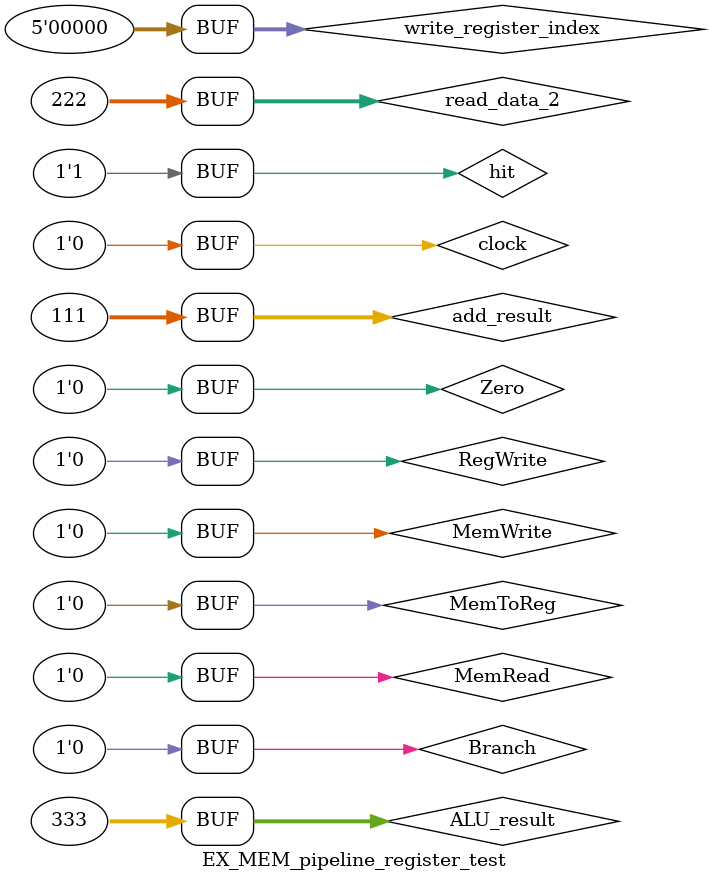
<source format=v>
`timescale 1ns / 1ps

module EX_MEM_pipeline_register_test;

	// Inputs
	reg RegWrite;
	reg MemToReg;
	reg Branch;
	reg MemRead;
	reg MemWrite;
	reg [31:0] add_result;
	reg [31:0] read_data_2;
	reg Zero;
	reg [31:0] ALU_result;
	reg [4:0] write_register_index;
	reg hit;
	reg clock;

	// Outputs
	wire RegWrite_output;
	wire MemToReg_output;
	wire Branch_output;
	wire MemRead_output;
	wire MemWrite_output;
	wire [31:0] add_result_output;
	wire [31:0] read_data_2_output;
	wire Zero_output;
	wire [31:0] ALU_result_output;
	wire [4:0] write_register_index_output;

	// Instantiate the Unit Under Test (UUT)
	EX_MEM_pipeline_register uut (
		.RegWrite(RegWrite), 
		.MemToReg(MemToReg), 
		.Branch(Branch), 
		.MemRead(MemRead), 
		.MemWrite(MemWrite), 
		.add_result(add_result), 
		.read_data_2(read_data_2), 
		.Zero(Zero), 
		.ALU_result(ALU_result), 
		.write_register_index(write_register_index), 
		.hit(hit), 
		.clock(clock), 
		.RegWrite_output(RegWrite_output), 
		.MemToReg_output(MemToReg_output), 
		.Branch_output(Branch_output), 
		.MemRead_output(MemRead_output), 
		.MemWrite_output(MemWrite_output), 
		.add_result_output(add_result_output), 
		.read_data_2_output(read_data_2_output), 
		.Zero_output(Zero_output), 
		.ALU_result_output(ALU_result_output), 
		.write_register_index_output(write_register_index_output)
	);

	initial
		begin
			clock = 1;

			RegWrite = 0;
			MemToReg = 0;
			Branch = 0;
			MemRead = 0;
			MemWrite = 0;
			add_result = 111;
			read_data_2 = 222;
			Zero = 0;
			ALU_result = 333;
			write_register_index = 32;
			hit = 1;
			
			clock = 0;
		end
		      
endmodule


</source>
